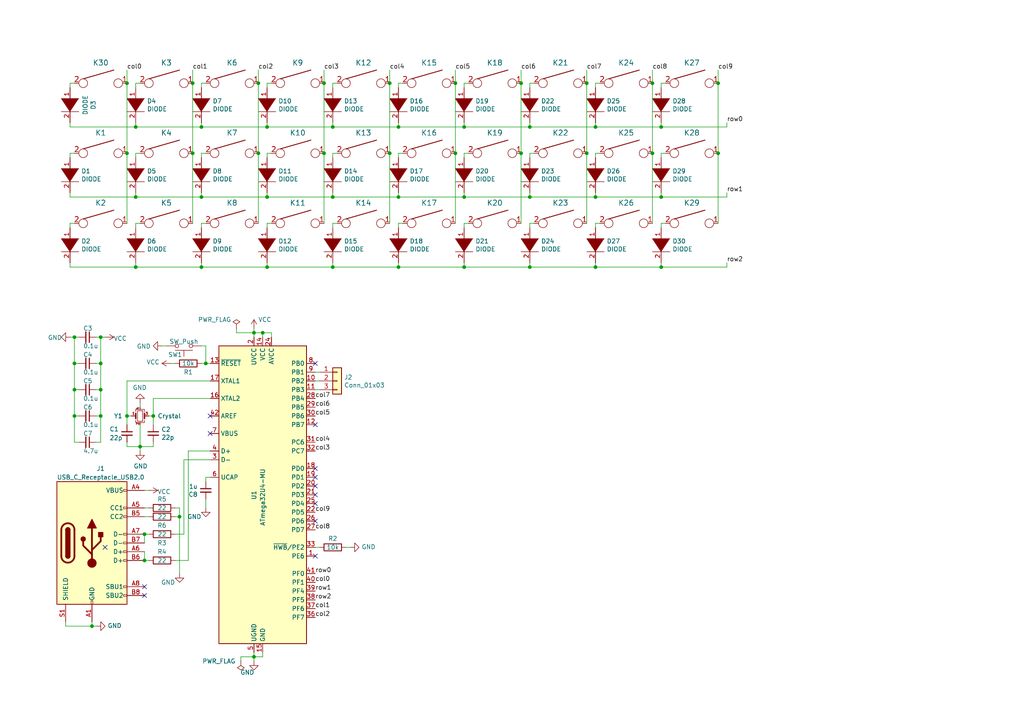
<source format=kicad_sch>
(kicad_sch (version 20230121) (generator eeschema)
  (paper "A4")
  (lib_symbols
    (symbol "Connector_Generic:Conn_01x03" (pin_names (offset 1.016) hide)
      (property "Reference" "J" (at 0 5.08 0))
      (property "Value" "Conn_01x03" (at 0 -5.08 0))
      (symbol "Conn_01x03_1_1"
        (pin passive line (at -5.08 2.54 0) (length 3.81) (name "Pin_1") (number "1"))
        (pin passive line (at -5.08 0 0) (length 3.81) (name "Pin_2") (number "2"))
        (pin passive line (at -5.08 -2.54 0) (length 3.81) (name "Pin_3") (number "3"))
      )
    )
    (symbol "Device:C_Small" (pin_numbers hide) (pin_names (offset 0.254) hide)
      (property "Reference" "C" (at 0.254 1.778 0))
      (property "Value" "C_Small" (at 0.254 -2.032 0))
      (symbol "C_Small_1_1"
        (pin passive line (at 0 2.54 270) (length 2.032) (name "~") (number "1"))
        (pin passive line (at 0 -2.54 90) (length 2.032) (name "~") (number "2"))
      )
    )
    (symbol "Device:R" (pin_numbers hide) (pin_names (offset 0))
      (property "Reference" "R" (at 2.032 0 90))
      (property "Value" "R" (at 0 0 90))
      (symbol "R_1_1"
        (pin passive line (at 0 3.81 270) (length 1.27) (name "~") (number "1"))
        (pin passive line (at 0 -3.81 90) (length 1.27) (name "~") (number "2"))
      )
    )
    (symbol "Mechanical:MountingHole" (pin_names (offset 1.016))
      (property "Reference" "H" (at 0 5.08 0))
      (property "Value" "MountingHole" (at 0 3.175 0))
    )
    (symbol "Switch:SW_Push" (pin_numbers hide) (pin_names (offset 1.016) hide)
      (property "Reference" "SW" (at 1.27 2.54 0))
      (property "Value" "SW_Push" (at 0 -1.524 0))
      (symbol "SW_Push_0_1"
        (pin passive line (at -5.08 0 0) (length 2.54) (name "1") (number "1"))
        (pin passive line (at 5.08 0 180) (length 2.54) (name "2") (number "2"))
      )
    )
    (symbol "power:GND" (power) (pin_names (offset 0))
      (property "Value" "GND" (at 0 -3.81 0))
      (symbol "GND_1_1"
        (pin power_in line (at 0 0 270) (length 0) hide (name "GND") (number "1"))
      )
    )
    (symbol "power:PWR_FLAG" (power) (pin_numbers hide) (pin_names (offset 0) hide)
      (property "Value" "PWR_FLAG" (at 0 3.81 0))
      (symbol "PWR_FLAG_0_0"
        (pin power_out line (at 0 0 90) (length 0) (name "pwr") (number "1"))
      )
    )
    (symbol "power:VCC" (power) (pin_names (offset 0))
      (property "Value" "VCC" (at 0 3.81 0))
      (symbol "VCC_1_1"
        (pin power_in line (at 0 0 90) (length 0) hide (name "VCC") (number "1"))
      )
    )
    (symbol "wherkin-rescue:ATmega32U4-MU-MCU_Microchip_ATmega-gherkin-rescue"
      (property "Reference" "U" (at -12.7 44.45 0))
      (property "Value" "gherkin-rescue_ATmega32U4-MU-MCU_Microchip_ATmega" (at 2.54 -44.45 0))
      (symbol "ATmega32U4-MU-MCU_Microchip_ATmega-gherkin-rescue_1_1"
        (pin bidirectional line (at 15.24 -17.78 180) (length 2.54) (name "PE6") (number "1"))
        (pin bidirectional line (at 15.24 33.02 180) (length 2.54) (name "PB2") (number "10"))
        (pin bidirectional line (at 15.24 30.48 180) (length 2.54) (name "PB3") (number "11"))
        (pin bidirectional line (at 15.24 20.32 180) (length 2.54) (name "PB7") (number "12"))
        (pin input line (at -15.24 38.1 0) (length 2.54) (name "~{RESET}") (number "13"))
        (pin power_in line (at 0 45.72 270) (length 2.54) (name "VCC") (number "14"))
        (pin power_in line (at 0 -45.72 90) (length 2.54) (name "GND") (number "15"))
        (pin output line (at -15.24 27.94 0) (length 2.54) (name "XTAL2") (number "16"))
        (pin input line (at -15.24 33.02 0) (length 2.54) (name "XTAL1") (number "17"))
        (pin bidirectional line (at 15.24 7.62 180) (length 2.54) (name "PD0") (number "18"))
        (pin bidirectional line (at 15.24 5.08 180) (length 2.54) (name "PD1") (number "19"))
        (pin power_in line (at -2.54 45.72 270) (length 2.54) (name "UVCC") (number "2"))
        (pin bidirectional line (at 15.24 2.54 180) (length 2.54) (name "PD2") (number "20"))
        (pin bidirectional line (at 15.24 0 180) (length 2.54) (name "PD3") (number "21"))
        (pin bidirectional line (at 15.24 -5.08 180) (length 2.54) (name "PD5") (number "22"))
        (pin passive line (at 0 -45.72 90) (length 2.54) hide (name "GND") (number "23"))
        (pin power_in line (at 2.54 45.72 270) (length 2.54) (name "AVCC") (number "24"))
        (pin bidirectional line (at 15.24 -2.54 180) (length 2.54) (name "PD4") (number "25"))
        (pin bidirectional line (at 15.24 -7.62 180) (length 2.54) (name "PD6") (number "26"))
        (pin bidirectional line (at 15.24 -10.16 180) (length 2.54) (name "PD7") (number "27"))
        (pin bidirectional line (at 15.24 27.94 180) (length 2.54) (name "PB4") (number "28"))
        (pin bidirectional line (at 15.24 25.4 180) (length 2.54) (name "PB5") (number "29"))
        (pin bidirectional line (at -15.24 10.16 0) (length 2.54) (name "D-") (number "3"))
        (pin bidirectional line (at 15.24 22.86 180) (length 2.54) (name "PB6") (number "30"))
        (pin bidirectional line (at 15.24 15.24 180) (length 2.54) (name "PC6") (number "31"))
        (pin bidirectional line (at 15.24 12.7 180) (length 2.54) (name "PC7") (number "32"))
        (pin bidirectional line (at 15.24 -15.24 180) (length 2.54) (name "~{HWB}/PE2") (number "33"))
        (pin passive line (at 0 45.72 270) (length 2.54) hide (name "VCC") (number "34"))
        (pin passive line (at 0 -45.72 90) (length 2.54) hide (name "GND") (number "35"))
        (pin bidirectional line (at 15.24 -35.56 180) (length 2.54) (name "PF7") (number "36"))
        (pin bidirectional line (at 15.24 -33.02 180) (length 2.54) (name "PF6") (number "37"))
        (pin bidirectional line (at 15.24 -30.48 180) (length 2.54) (name "PF5") (number "38"))
        (pin bidirectional line (at 15.24 -27.94 180) (length 2.54) (name "PF4") (number "39"))
        (pin bidirectional line (at -15.24 12.7 0) (length 2.54) (name "D+") (number "4"))
        (pin bidirectional line (at 15.24 -25.4 180) (length 2.54) (name "PF1") (number "40"))
        (pin bidirectional line (at 15.24 -22.86 180) (length 2.54) (name "PF0") (number "41"))
        (pin passive line (at -15.24 22.86 0) (length 2.54) (name "AREF") (number "42"))
        (pin passive line (at 0 -45.72 90) (length 2.54) hide (name "GND") (number "43"))
        (pin passive line (at 2.54 45.72 270) (length 2.54) hide (name "AVCC") (number "44"))
        (pin passive line (at 0 -45.72 90) (length 2.54) hide (name "GND") (number "45"))
        (pin passive line (at -2.54 -45.72 90) (length 2.54) (name "UGND") (number "5"))
        (pin passive line (at -15.24 5.08 0) (length 2.54) (name "UCAP") (number "6"))
        (pin input line (at -15.24 17.78 0) (length 2.54) (name "VBUS") (number "7"))
        (pin bidirectional line (at 15.24 38.1 180) (length 2.54) (name "PB0") (number "8"))
        (pin bidirectional line (at 15.24 35.56 180) (length 2.54) (name "PB1") (number "9"))
      )
    )
    (symbol "wherkin-rescue:Crystal_GND24_Small-Device-gherkin-rescue" (pin_names (offset 1.016) hide)
      (property "Reference" "Y" (at 1.27 4.445 0))
      (property "Value" "gherkin-rescue_Crystal_GND24_Small-Device" (at 1.27 2.54 0))
      (symbol "Crystal_GND24_Small-Device-gherkin-rescue_1_1"
        (pin passive line (at -2.54 0 0) (length 1.27) (name "1") (number "1"))
        (pin passive line (at 0 -2.54 90) (length 0.635) (name "2") (number "2"))
        (pin passive line (at 2.54 0 180) (length 1.27) (name "3") (number "3"))
        (pin passive line (at 0 2.54 270) (length 0.635) (name "4") (number "4"))
      )
    )
    (symbol "wherkin-rescue:DIODE-pspice" (pin_names (offset 1.016) hide)
      (property "Reference" "D" (at 0 3.81 0))
      (property "Value" "pspice_DIODE" (at 0 -4.445 0))
      (symbol "DIODE-pspice_1_1"
        (pin input line (at -5.08 0 0) (length 3.81) (name "K") (number "1"))
        (pin input line (at 5.08 0 180) (length 3.81) (name "A") (number "2"))
      )
    )
    (symbol "wherkin-rescue:KEYSW-keyboard_parts-gherkin-rescue" (pin_names (offset 1.016))
      (property "Reference" "K?" (at -1.27 0 0))
      (symbol "KEYSW-keyboard_parts-gherkin-rescue_1_1"
        (pin passive line (at 7.62 0 180) (length 1.27) (name "~") (number "1"))
        (pin passive line (at -7.62 0 0) (length 1.27) (name "~") (number "2"))
      )
    )
    (symbol "wherkin-rescue:USB_C_Receptacle_USB2.0-Connector" (pin_names (offset 1.016))
      (property "Reference" "J" (at -10.16 19.05 0))
      (property "Value" "Connector_USB_C_Receptacle_USB2.0" (at 19.05 19.05 0))
      (symbol "USB_C_Receptacle_USB2.0-Connector_1_1"
        (pin power_in line (at 0 -22.86 90) (length 5.08) (name "GND") (number "A1"))
        (pin passive line (at 0 -22.86 90) (length 5.08) hide (name "GND") (number "A12"))
        (pin power_in line (at 15.24 15.24 180) (length 5.08) (name "VBUS") (number "A4"))
        (pin bidirectional line (at 15.24 10.16 180) (length 5.08) (name "CC1") (number "A5"))
        (pin bidirectional line (at 15.24 -2.54 180) (length 5.08) (name "D+") (number "A6"))
        (pin bidirectional line (at 15.24 2.54 180) (length 5.08) (name "D-") (number "A7"))
        (pin bidirectional line (at 15.24 -12.7 180) (length 5.08) (name "SBU1") (number "A8"))
        (pin passive line (at 15.24 15.24 180) (length 5.08) hide (name "VBUS") (number "A9"))
        (pin passive line (at 0 -22.86 90) (length 5.08) hide (name "GND") (number "B1"))
        (pin passive line (at 0 -22.86 90) (length 5.08) hide (name "GND") (number "B12"))
        (pin passive line (at 15.24 15.24 180) (length 5.08) hide (name "VBUS") (number "B4"))
        (pin bidirectional line (at 15.24 7.62 180) (length 5.08) (name "CC2") (number "B5"))
        (pin bidirectional line (at 15.24 -5.08 180) (length 5.08) (name "D+") (number "B6"))
        (pin bidirectional line (at 15.24 0 180) (length 5.08) (name "D-") (number "B7"))
        (pin bidirectional line (at 15.24 -15.24 180) (length 5.08) (name "SBU2") (number "B8"))
        (pin passive line (at 15.24 15.24 180) (length 5.08) hide (name "VBUS") (number "B9"))
        (pin passive line (at -7.62 -22.86 90) (length 5.08) (name "SHIELD") (number "S1"))
      )
    )
  )
  (junction (at 153.67 36.83))
  (junction (at 93.98 44.45))
  (junction (at 73.66 96.52))
  (junction (at 96.52 57.15))
  (junction (at 153.67 77.47))
  (junction (at 191.77 57.15))
  (junction (at 172.72 77.47))
  (junction (at 39.37 77.47))
  (junction (at 74.93 24.13))
  (junction (at 41.91 162.56))
  (junction (at 93.98 24.13))
  (junction (at 74.93 44.45))
  (junction (at 134.62 57.15))
  (junction (at 36.83 44.45))
  (junction (at 58.42 77.47))
  (junction (at 73.66 190.5))
  (junction (at 55.88 44.45))
  (junction (at 77.47 36.83))
  (junction (at 132.08 24.13))
  (junction (at 29.21 105.41))
  (junction (at 172.72 57.15))
  (junction (at 39.37 36.83))
  (junction (at 170.18 24.13))
  (junction (at 191.77 77.47))
  (junction (at 21.59 97.79))
  (junction (at 52.07 149.86))
  (junction (at 29.21 120.65))
  (junction (at 172.72 36.83))
  (junction (at 113.03 44.45))
  (junction (at 36.83 120.65))
  (junction (at 21.59 113.03))
  (junction (at 134.62 36.83))
  (junction (at 208.28 24.13))
  (junction (at 189.23 24.13))
  (junction (at 76.2 96.52))
  (junction (at 21.59 120.65))
  (junction (at 208.28 44.45))
  (junction (at 151.13 44.45))
  (junction (at 40.64 129.54))
  (junction (at 26.67 181.61))
  (junction (at 96.52 36.83))
  (junction (at 189.23 44.45))
  (junction (at 191.77 36.83))
  (junction (at 77.47 57.15))
  (junction (at 29.21 113.03))
  (junction (at 36.83 24.13))
  (junction (at 55.88 24.13))
  (junction (at 58.42 36.83))
  (junction (at 96.52 77.47))
  (junction (at 44.45 120.65))
  (junction (at 115.57 77.47))
  (junction (at 41.91 154.94))
  (junction (at 77.47 77.47))
  (junction (at 170.18 44.45))
  (junction (at 151.13 24.13))
  (junction (at 132.08 44.45))
  (junction (at 153.67 57.15))
  (junction (at 21.59 105.41))
  (junction (at 115.57 36.83))
  (junction (at 29.21 97.79))
  (junction (at 134.62 77.47))
  (junction (at 115.57 57.15))
  (junction (at 59.69 105.41))
  (junction (at 39.37 57.15))
  (junction (at 58.42 57.15))
  (junction (at 113.03 24.13))
  (no_connect (at 91.44 151.13))
  (no_connect (at 41.91 170.18))
  (no_connect (at 91.44 146.05))
  (no_connect (at 91.44 105.41))
  (no_connect (at 91.44 135.89))
  (no_connect (at 91.44 138.43))
  (no_connect (at 60.96 125.73))
  (no_connect (at 91.44 140.97))
  (no_connect (at 91.44 123.19))
  (no_connect (at 30.48 158.75))
  (no_connect (at 91.44 161.29))
  (no_connect (at 60.96 120.65))
  (no_connect (at 41.91 172.72))
  (no_connect (at 91.44 143.51))
  (wire (pts (xy 59.69 64.77) (xy 58.42 64.77)))
  (wire (pts (xy 93.98 24.13) (xy 93.98 44.45)))
  (wire (pts (xy 115.57 44.45) (xy 115.57 45.72)))
  (wire (pts (xy 153.67 55.88) (xy 153.67 57.15)))
  (wire (pts (xy 76.2 96.52) (xy 73.66 96.52)))
  (wire (pts (xy 135.89 44.45) (xy 134.62 44.45)))
  (wire (pts (xy 22.86 120.65) (xy 21.59 120.65)))
  (wire (pts (xy 173.99 44.45) (xy 172.72 44.45)))
  (wire (pts (xy 50.8 162.56) (xy 54.61 162.56)))
  (wire (pts (xy 59.69 24.13) (xy 58.42 24.13)))
  (wire (pts (xy 40.64 44.45) (xy 39.37 44.45)))
  (wire (pts (xy 115.57 77.47) (xy 134.62 77.47)))
  (wire (pts (xy 191.77 35.56) (xy 191.77 36.83)))
  (wire (pts (xy 173.99 64.77) (xy 172.72 64.77)))
  (wire (pts (xy 74.93 44.45) (xy 74.93 64.77)))
  (wire (pts (xy 20.32 44.45) (xy 20.32 45.72)))
  (wire (pts (xy 134.62 55.88) (xy 134.62 57.15)))
  (wire (pts (xy 58.42 44.45) (xy 58.42 45.72)))
  (wire (pts (xy 208.28 44.45) (xy 208.28 64.77)))
  (wire (pts (xy 208.28 24.13) (xy 208.28 44.45)))
  (wire (pts (xy 77.47 36.83) (xy 96.52 36.83)))
  (wire (pts (xy 22.86 105.41) (xy 21.59 105.41)))
  (wire (pts (xy 58.42 76.2) (xy 58.42 77.47)))
  (wire (pts (xy 50.8 154.94) (xy 53.34 154.94)))
  (wire (pts (xy 69.85 190.5) (xy 73.66 190.5)))
  (wire (pts (xy 20.32 35.56) (xy 20.32 36.83)))
  (wire (pts (xy 170.18 24.13) (xy 170.18 44.45)))
  (wire (pts (xy 55.88 44.45) (xy 55.88 64.77)))
  (wire (pts (xy 38.1 120.65) (xy 36.83 120.65)))
  (wire (pts (xy 76.2 190.5) (xy 73.66 190.5)))
  (wire (pts (xy 58.42 77.47) (xy 77.47 77.47)))
  (wire (pts (xy 26.67 180.34) (xy 26.67 181.61)))
  (wire (pts (xy 21.59 105.41) (xy 21.59 113.03)))
  (wire (pts (xy 189.23 24.13) (xy 189.23 44.45)))
  (wire (pts (xy 39.37 57.15) (xy 58.42 57.15)))
  (wire (pts (xy 39.37 35.56) (xy 39.37 36.83)))
  (wire (pts (xy 39.37 76.2) (xy 39.37 77.47)))
  (wire (pts (xy 113.03 24.13) (xy 113.03 44.45)))
  (wire (pts (xy 193.04 64.77) (xy 191.77 64.77)))
  (wire (pts (xy 68.58 95.25) (xy 68.58 96.52)))
  (wire (pts (xy 73.66 95.25) (xy 73.66 96.52)))
  (wire (pts (xy 58.42 57.15) (xy 77.47 57.15)))
  (wire (pts (xy 172.72 24.13) (xy 172.72 25.4)))
  (wire (pts (xy 59.69 100.33) (xy 58.42 100.33)))
  (wire (pts (xy 59.69 138.43) (xy 59.69 139.7)))
  (wire (pts (xy 135.89 24.13) (xy 134.62 24.13)))
  (wire (pts (xy 58.42 64.77) (xy 58.42 66.04)))
  (wire (pts (xy 172.72 55.88) (xy 172.72 57.15)))
  (wire (pts (xy 96.52 24.13) (xy 96.52 25.4)))
  (wire (pts (xy 154.94 24.13) (xy 153.67 24.13)))
  (wire (pts (xy 53.34 154.94) (xy 53.34 133.35)))
  (wire (pts (xy 172.72 44.45) (xy 172.72 45.72)))
  (wire (pts (xy 59.69 105.41) (xy 58.42 105.41)))
  (wire (pts (xy 96.52 76.2) (xy 96.52 77.47)))
  (wire (pts (xy 21.59 128.27) (xy 22.86 128.27)))
  (wire (pts (xy 191.77 36.83) (xy 210.82 36.83)))
  (wire (pts (xy 27.94 105.41) (xy 29.21 105.41)))
  (wire (pts (xy 115.57 76.2) (xy 115.57 77.47)))
  (wire (pts (xy 73.66 190.5) (xy 73.66 189.23)))
  (wire (pts (xy 153.67 24.13) (xy 153.67 25.4)))
  (wire (pts (xy 59.69 147.32) (xy 59.69 144.78)))
  (wire (pts (xy 151.13 20.32) (xy 151.13 24.13)))
  (wire (pts (xy 52.07 149.86) (xy 52.07 166.37)))
  (wire (pts (xy 50.8 147.32) (xy 52.07 147.32)))
  (wire (pts (xy 115.57 64.77) (xy 115.57 66.04)))
  (wire (pts (xy 96.52 77.47) (xy 115.57 77.47)))
  (wire (pts (xy 40.64 129.54) (xy 40.64 130.81)))
  (wire (pts (xy 41.91 142.24) (xy 43.18 142.24)))
  (wire (pts (xy 115.57 57.15) (xy 134.62 57.15)))
  (wire (pts (xy 153.67 76.2) (xy 153.67 77.47)))
  (wire (pts (xy 78.74 44.45) (xy 77.47 44.45)))
  (wire (pts (xy 153.67 57.15) (xy 172.72 57.15)))
  (wire (pts (xy 191.77 76.2) (xy 191.77 77.47)))
  (wire (pts (xy 36.83 120.65) (xy 36.83 110.49)))
  (wire (pts (xy 74.93 20.32) (xy 74.93 24.13)))
  (wire (pts (xy 48.26 100.33) (xy 46.99 100.33)))
  (wire (pts (xy 41.91 162.56) (xy 41.91 160.02)))
  (wire (pts (xy 19.05 181.61) (xy 26.67 181.61)))
  (wire (pts (xy 20.32 76.2) (xy 20.32 77.47)))
  (wire (pts (xy 41.91 162.56) (xy 43.18 162.56)))
  (wire (pts (xy 21.59 24.13) (xy 20.32 24.13)))
  (wire (pts (xy 116.84 44.45) (xy 115.57 44.45)))
  (wire (pts (xy 76.2 97.79) (xy 76.2 96.52)))
  (wire (pts (xy 73.66 190.5) (xy 73.66 191.77)))
  (wire (pts (xy 97.79 24.13) (xy 96.52 24.13)))
  (wire (pts (xy 40.64 123.19) (xy 40.64 129.54)))
  (wire (pts (xy 191.77 44.45) (xy 191.77 45.72)))
  (wire (pts (xy 50.8 105.41) (xy 49.53 105.41)))
  (wire (pts (xy 58.42 35.56) (xy 58.42 36.83)))
  (wire (pts (xy 153.67 77.47) (xy 172.72 77.47)))
  (wire (pts (xy 91.44 158.75) (xy 92.71 158.75)))
  (wire (pts (xy 44.45 115.57) (xy 60.96 115.57)))
  (wire (pts (xy 97.79 44.45) (xy 96.52 44.45)))
  (wire (pts (xy 20.32 64.77) (xy 20.32 66.04)))
  (wire (pts (xy 154.94 44.45) (xy 153.67 44.45)))
  (wire (pts (xy 76.2 189.23) (xy 76.2 190.5)))
  (wire (pts (xy 77.47 64.77) (xy 77.47 66.04)))
  (wire (pts (xy 20.32 36.83) (xy 39.37 36.83)))
  (wire (pts (xy 36.83 24.13) (xy 36.83 44.45)))
  (wire (pts (xy 55.88 24.13) (xy 55.88 44.45)))
  (wire (pts (xy 27.94 113.03) (xy 29.21 113.03)))
  (wire (pts (xy 210.82 35.56) (xy 210.82 36.83)))
  (wire (pts (xy 172.72 77.47) (xy 191.77 77.47)))
  (wire (pts (xy 208.28 20.32) (xy 208.28 24.13)))
  (wire (pts (xy 29.21 128.27) (xy 29.21 120.65)))
  (wire (pts (xy 115.57 24.13) (xy 115.57 25.4)))
  (wire (pts (xy 21.59 44.45) (xy 20.32 44.45)))
  (wire (pts (xy 191.77 77.47) (xy 210.82 77.47)))
  (wire (pts (xy 116.84 24.13) (xy 115.57 24.13)))
  (wire (pts (xy 40.64 24.13) (xy 39.37 24.13)))
  (wire (pts (xy 132.08 44.45) (xy 132.08 64.77)))
  (wire (pts (xy 189.23 20.32) (xy 189.23 24.13)))
  (wire (pts (xy 20.32 25.4) (xy 20.32 24.13)))
  (wire (pts (xy 77.47 35.56) (xy 77.47 36.83)))
  (wire (pts (xy 77.47 76.2) (xy 77.47 77.47)))
  (wire (pts (xy 21.59 120.65) (xy 21.59 128.27)))
  (wire (pts (xy 40.64 129.54) (xy 44.45 129.54)))
  (wire (pts (xy 36.83 110.49) (xy 60.96 110.49)))
  (wire (pts (xy 134.62 24.13) (xy 134.62 25.4)))
  (wire (pts (xy 93.98 44.45) (xy 93.98 64.77)))
  (wire (pts (xy 93.98 20.32) (xy 93.98 24.13)))
  (wire (pts (xy 41.91 149.86) (xy 43.18 149.86)))
  (wire (pts (xy 134.62 64.77) (xy 134.62 66.04)))
  (wire (pts (xy 96.52 36.83) (xy 115.57 36.83)))
  (wire (pts (xy 91.44 110.49) (xy 92.71 110.49)))
  (wire (pts (xy 96.52 64.77) (xy 96.52 66.04)))
  (wire (pts (xy 22.86 113.03) (xy 21.59 113.03)))
  (wire (pts (xy 58.42 36.83) (xy 77.47 36.83)))
  (wire (pts (xy 134.62 57.15) (xy 153.67 57.15)))
  (wire (pts (xy 39.37 24.13) (xy 39.37 25.4)))
  (wire (pts (xy 134.62 35.56) (xy 134.62 36.83)))
  (wire (pts (xy 36.83 123.19) (xy 36.83 120.65)))
  (wire (pts (xy 77.47 57.15) (xy 96.52 57.15)))
  (wire (pts (xy 78.74 24.13) (xy 77.47 24.13)))
  (wire (pts (xy 77.47 55.88) (xy 77.47 57.15)))
  (wire (pts (xy 191.77 24.13) (xy 191.77 25.4)))
  (wire (pts (xy 60.96 105.41) (xy 59.69 105.41)))
  (wire (pts (xy 115.57 55.88) (xy 115.57 57.15)))
  (wire (pts (xy 21.59 97.79) (xy 20.32 97.79)))
  (wire (pts (xy 132.08 20.32) (xy 132.08 24.13)))
  (wire (pts (xy 20.32 55.88) (xy 20.32 57.15)))
  (wire (pts (xy 59.69 105.41) (xy 59.69 100.33)))
  (wire (pts (xy 27.94 128.27) (xy 29.21 128.27)))
  (wire (pts (xy 132.08 24.13) (xy 132.08 44.45)))
  (wire (pts (xy 36.83 20.32) (xy 36.83 24.13)))
  (wire (pts (xy 91.44 107.95) (xy 92.71 107.95)))
  (wire (pts (xy 172.72 76.2) (xy 172.72 77.47)))
  (wire (pts (xy 21.59 97.79) (xy 21.59 105.41)))
  (wire (pts (xy 151.13 44.45) (xy 151.13 64.77)))
  (wire (pts (xy 73.66 97.79) (xy 73.66 96.52)))
  (wire (pts (xy 96.52 55.88) (xy 96.52 57.15)))
  (wire (pts (xy 44.45 120.65) (xy 44.45 115.57)))
  (wire (pts (xy 172.72 36.83) (xy 191.77 36.83)))
  (wire (pts (xy 50.8 149.86) (xy 52.07 149.86)))
  (wire (pts (xy 26.67 181.61) (xy 27.94 181.61)))
  (wire (pts (xy 43.18 147.32) (xy 41.91 147.32)))
  (wire (pts (xy 153.67 36.83) (xy 172.72 36.83)))
  (wire (pts (xy 29.21 105.41) (xy 29.21 97.79)))
  (wire (pts (xy 153.67 44.45) (xy 153.67 45.72)))
  (wire (pts (xy 43.18 120.65) (xy 44.45 120.65)))
  (wire (pts (xy 189.23 44.45) (xy 189.23 64.77)))
  (wire (pts (xy 44.45 129.54) (xy 44.45 128.27)))
  (wire (pts (xy 96.52 35.56) (xy 96.52 36.83)))
  (wire (pts (xy 151.13 24.13) (xy 151.13 44.45)))
  (wire (pts (xy 55.88 20.32) (xy 55.88 24.13)))
  (wire (pts (xy 77.47 24.13) (xy 77.47 25.4)))
  (wire (pts (xy 29.21 120.65) (xy 29.21 113.03)))
  (wire (pts (xy 170.18 44.45) (xy 170.18 64.77)))
  (wire (pts (xy 21.59 113.03) (xy 21.59 120.65)))
  (wire (pts (xy 39.37 64.77) (xy 39.37 66.04)))
  (wire (pts (xy 116.84 64.77) (xy 115.57 64.77)))
  (wire (pts (xy 135.89 64.77) (xy 134.62 64.77)))
  (wire (pts (xy 77.47 44.45) (xy 77.47 45.72)))
  (wire (pts (xy 210.82 55.88) (xy 210.82 57.15)))
  (wire (pts (xy 97.79 64.77) (xy 96.52 64.77)))
  (wire (pts (xy 210.82 76.2) (xy 210.82 77.47)))
  (wire (pts (xy 20.32 77.47) (xy 39.37 77.47)))
  (wire (pts (xy 113.03 20.32) (xy 113.03 24.13)))
  (wire (pts (xy 58.42 55.88) (xy 58.42 57.15)))
  (wire (pts (xy 36.83 44.45) (xy 36.83 64.77)))
  (wire (pts (xy 20.32 57.15) (xy 39.37 57.15)))
  (wire (pts (xy 193.04 24.13) (xy 191.77 24.13)))
  (wire (pts (xy 22.86 97.79) (xy 21.59 97.79)))
  (wire (pts (xy 52.07 147.32) (xy 52.07 149.86)))
  (wire (pts (xy 100.33 158.75) (xy 101.6 158.75)))
  (wire (pts (xy 115.57 35.56) (xy 115.57 36.83)))
  (wire (pts (xy 96.52 57.15) (xy 115.57 57.15)))
  (wire (pts (xy 44.45 120.65) (xy 44.45 123.19)))
  (wire (pts (xy 74.93 24.13) (xy 74.93 44.45)))
  (wire (pts (xy 191.77 64.77) (xy 191.77 66.04)))
  (wire (pts (xy 40.64 118.11) (xy 40.64 116.84)))
  (wire (pts (xy 59.69 44.45) (xy 58.42 44.45)))
  (wire (pts (xy 40.64 64.77) (xy 39.37 64.77)))
  (wire (pts (xy 113.03 44.45) (xy 113.03 64.77)))
  (wire (pts (xy 134.62 77.47) (xy 153.67 77.47)))
  (wire (pts (xy 36.83 128.27) (xy 36.83 129.54)))
  (wire (pts (xy 172.72 57.15) (xy 191.77 57.15)))
  (wire (pts (xy 39.37 44.45) (xy 39.37 45.72)))
  (wire (pts (xy 78.74 97.79) (xy 78.74 96.52)))
  (wire (pts (xy 134.62 36.83) (xy 153.67 36.83)))
  (wire (pts (xy 77.47 77.47) (xy 96.52 77.47)))
  (wire (pts (xy 153.67 64.77) (xy 153.67 66.04)))
  (wire (pts (xy 53.34 133.35) (xy 60.96 133.35)))
  (wire (pts (xy 54.61 130.81) (xy 60.96 130.81)))
  (wire (pts (xy 27.94 97.79) (xy 29.21 97.79)))
  (wire (pts (xy 29.21 113.03) (xy 29.21 105.41)))
  (wire (pts (xy 27.94 120.65) (xy 29.21 120.65)))
  (wire (pts (xy 29.21 97.79) (xy 30.48 97.79)))
  (wire (pts (xy 41.91 157.48) (xy 41.91 154.94)))
  (wire (pts (xy 173.99 24.13) (xy 172.72 24.13)))
  (wire (pts (xy 39.37 77.47) (xy 58.42 77.47)))
  (wire (pts (xy 36.83 129.54) (xy 40.64 129.54)))
  (wire (pts (xy 134.62 44.45) (xy 134.62 45.72)))
  (wire (pts (xy 78.74 64.77) (xy 77.47 64.77)))
  (wire (pts (xy 96.52 44.45) (xy 96.52 45.72)))
  (wire (pts (xy 172.72 64.77) (xy 172.72 66.04)))
  (wire (pts (xy 68.58 96.52) (xy 73.66 96.52)))
  (wire (pts (xy 41.91 154.94) (xy 43.18 154.94)))
  (wire (pts (xy 193.04 44.45) (xy 191.77 44.45)))
  (wire (pts (xy 58.42 24.13) (xy 58.42 25.4)))
  (wire (pts (xy 69.85 191.77) (xy 69.85 190.5)))
  (wire (pts (xy 39.37 36.83) (xy 58.42 36.83)))
  (wire (pts (xy 172.72 35.56) (xy 172.72 36.83)))
  (wire (pts (xy 39.37 55.88) (xy 39.37 57.15)))
  (wire (pts (xy 21.59 64.77) (xy 20.32 64.77)))
  (wire (pts (xy 19.05 180.34) (xy 19.05 181.61)))
  (wire (pts (xy 154.94 64.77) (xy 153.67 64.77)))
  (wire (pts (xy 54.61 162.56) (xy 54.61 130.81)))
  (wire (pts (xy 91.44 113.03) (xy 92.71 113.03)))
  (wire (pts (xy 191.77 55.88) (xy 191.77 57.15)))
  (wire (pts (xy 170.18 20.32) (xy 170.18 24.13)))
  (wire (pts (xy 115.57 36.83) (xy 134.62 36.83)))
  (wire (pts (xy 134.62 76.2) (xy 134.62 77.47)))
  (wire (pts (xy 78.74 96.52) (xy 76.2 96.52)))
  (wire (pts (xy 60.96 138.43) (xy 59.69 138.43)))
  (wire (pts (xy 191.77 57.15) (xy 210.82 57.15)))
  (wire (pts (xy 153.67 35.56) (xy 153.67 36.83)))
  (label "col3" (at 91.44 130.81 0))
  (label "row0" (at 210.82 35.56 0))
  (label "row0" (at 91.44 166.37 0))
  (label "col3" (at 93.98 20.32 0))
  (label "col0" (at 36.83 20.32 0))
  (label "col6" (at 91.44 118.11 0))
  (label "col1" (at 55.88 20.32 0))
  (label "col7" (at 91.44 115.57 0))
  (label "col9" (at 208.28 20.32 0))
  (label "col4" (at 91.44 128.27 0))
  (label "row1" (at 210.82 55.88 0))
  (label "row2" (at 91.44 173.99 0))
  (label "row2" (at 210.82 76.2 0))
  (label "col7" (at 170.18 20.32 0))
  (label "col2" (at 74.93 20.32 0))
  (label "col4" (at 113.03 20.32 0))
  (label "col0" (at 91.44 168.91 0))
  (label "col1" (at 91.44 176.53 0))
  (label "row1" (at 91.44 171.45 0))
  (label "col8" (at 91.44 153.67 0))
  (label "col6" (at 151.13 20.32 0))
  (label "col5" (at 91.44 120.65 0))
  (label "col2" (at 91.44 179.07 0))
  (label "col5" (at 132.08 20.32 0))
  (label "col8" (at 189.23 20.32 0))
  (label "col9" (at 91.44 148.59 0))
  (symbol (lib_id "wherkin-rescue:Crystal_GND24_Small-Device-gherkin-rescue") (at 40.64 120.65 0) (unit 1)
    (property "Reference" "Y1" (at 33.02 120.65 0) (effects (justify left)))
    (property "Value" "Crystal" (at 45.72 120.65 0) (effects (justify left)))
    (property "Footprint" "Crystal:Crystal_SMD_3225-4Pin_3.2x2.5mm_HandSoldering" (effects hide))
  )
  (symbol (lib_id "power:GND") (at 40.64 130.81 0) (unit 1)
    (property "Reference" "#PWR0109" (effects hide))
    (property "Value" "GND" (at 40.767 135.2042 0))
  )
  (symbol (lib_id "power:GND") (at 40.64 116.84 180) (unit 1)
    (property "Reference" "#PWR0108" (effects hide))
    (property "Value" "GND" (at 40.513 112.4458 0))
  )
  (symbol (lib_id "Device:C_Small") (at 44.45 125.73 0) (unit 1)
    (property "Reference" "C2" (at 46.7868 124.5616 0) (effects (justify left)))
    (property "Value" "22p" (at 46.7868 126.873 0) (effects (justify left)))
    (property "Footprint" "Capacitor_SMD:C_0603_1608Metric_Pad1.05x0.95mm_HandSolder" (effects hide))
  )
  (symbol (lib_id "Device:C_Small") (at 36.83 125.73 0) (unit 1)
    (property "Reference" "C1" (at 31.75 124.46 0) (effects (justify left)))
    (property "Value" "22p" (at 31.75 127 0) (effects (justify left)))
    (property "Footprint" "Capacitor_SMD:C_0603_1608Metric_Pad1.05x0.95mm_HandSolder" (effects hide))
  )
  (symbol (lib_id "power:VCC") (at 30.48 97.79 270) (unit 1)
    (property "Reference" "#PWR0107" (effects hide))
    (property "Value" "VCC" (at 34.8742 98.171 90))
  )
  (symbol (lib_id "power:GND") (at 20.32 97.79 270) (unit 1)
    (property "Reference" "#PWR0101" (effects hide))
    (property "Value" "GND" (at 15.9258 97.917 90))
  )
  (symbol (lib_id "Device:C_Small") (at 25.4 97.79 270) (unit 1)
    (property "Reference" "C3" (at 24.13 95.25 90) (effects (justify left)))
    (property "Value" "0.1u" (at 24.13 100.33 90) (effects (justify left)))
    (property "Footprint" "Capacitor_SMD:C_0603_1608Metric_Pad1.05x0.95mm_HandSolder" (effects hide))
  )
  (symbol (lib_id "Device:C_Small") (at 25.4 105.41 270) (unit 1)
    (property "Reference" "C4" (at 24.13 102.87 90) (effects (justify left)))
    (property "Value" "0.1u" (at 24.13 107.95 90) (effects (justify left)))
    (property "Footprint" "Capacitor_SMD:C_0603_1608Metric_Pad1.05x0.95mm_HandSolder" (effects hide))
  )
  (symbol (lib_id "Device:C_Small") (at 25.4 113.03 270) (unit 1)
    (property "Reference" "C5" (at 24.13 110.49 90) (effects (justify left)))
    (property "Value" "0.1u" (at 24.13 115.57 90) (effects (justify left)))
    (property "Footprint" "Capacitor_SMD:C_0603_1608Metric_Pad1.05x0.95mm_HandSolder" (effects hide))
  )
  (symbol (lib_id "Device:C_Small") (at 25.4 120.65 270) (unit 1)
    (property "Reference" "C6" (at 24.13 118.11 90) (effects (justify left)))
    (property "Value" "0.1u" (at 24.13 123.19 90) (effects (justify left)))
    (property "Footprint" "Capacitor_SMD:C_0603_1608Metric_Pad1.05x0.95mm_HandSolder" (effects hide))
  )
  (symbol (lib_id "Device:C_Small") (at 25.4 128.27 270) (unit 1)
    (property "Reference" "C7" (at 24.13 125.73 90) (effects (justify left)))
    (property "Value" "4.7u" (at 24.13 130.81 90) (effects (justify left)))
    (property "Footprint" "Capacitor_SMD:C_0603_1608Metric_Pad1.05x0.95mm_HandSolder" (effects hide))
  )
  (symbol (lib_id "power:GND") (at 46.99 100.33 270) (unit 1)
    (property "Reference" "#PWR0105" (effects hide))
    (property "Value" "GND" (at 43.7388 100.457 90) (effects (justify right)))
  )
  (symbol (lib_id "power:VCC") (at 49.53 105.41 90) (unit 1)
    (property "Reference" "#PWR0104" (effects hide))
    (property "Value" "VCC" (at 46.3042 105.029 90) (effects (justify left)))
  )
  (symbol (lib_id "Device:R") (at 54.61 105.41 270) (unit 1)
    (property "Reference" "R1" (at 54.61 107.95 90))
    (property "Value" "10k" (at 54.61 105.41 90))
    (property "Footprint" "Resistor_SMD:R_0603_1608Metric_Pad1.05x0.95mm_HandSolder" (effects hide))
  )
  (symbol (lib_id "Switch:SW_Push") (at 53.34 100.33 180) (unit 1)
    (property "Reference" "SW1" (at 50.8 102.87 0))
    (property "Value" "SW_Push" (at 53.34 99.06 0))
    (property "Footprint" "Button_Switch_SMD:SW_Push_1P1T_NO_CK_KMR2" (effects hide))
  )
  (symbol (lib_id "Device:R") (at 96.52 158.75 90) (unit 1)
    (property "Reference" "R2" (at 96.52 156.21 90))
    (property "Value" "10k" (at 96.52 158.75 90))
    (property "Footprint" "Resistor_SMD:R_0603_1608Metric_Pad1.05x0.95mm_HandSolder" (effects hide))
  )
  (symbol (lib_id "power:GND") (at 101.6 158.75 90) (unit 1)
    (property "Reference" "#PWR0103" (effects hide))
    (property "Value" "GND" (at 104.8512 158.623 90) (effects (justify right)))
  )
  (symbol (lib_id "Device:R") (at 46.99 162.56 270) (unit 1)
    (property "Reference" "R4" (at 46.99 160.02 90))
    (property "Value" "22" (at 46.99 162.56 90))
    (property "Footprint" "Resistor_SMD:R_0603_1608Metric_Pad1.05x0.95mm_HandSolder" (effects hide))
  )
  (symbol (lib_id "Device:C_Small") (at 59.69 142.24 0) (unit 1)
    (property "Reference" "C8" (at 57.3532 143.4084 0) (effects (justify right)))
    (property "Value" "1u" (at 57.3532 141.097 0) (effects (justify right)))
    (property "Footprint" "Capacitor_SMD:C_0603_1608Metric_Pad1.05x0.95mm_HandSolder" (effects hide))
  )
  (symbol (lib_id "power:VCC") (at 73.66 95.25 0) (mirror y) (unit 1)
    (property "Reference" "#PWR0113" (effects hide))
    (property "Value" "VCC" (at 78.74 92.71 0) (effects (justify left)))
  )
  (symbol (lib_id "Device:R") (at 46.99 154.94 270) (unit 1)
    (property "Reference" "R3" (at 46.99 157.48 90))
    (property "Value" "22" (at 46.99 154.94 90))
    (property "Footprint" "Resistor_SMD:R_0603_1608Metric_Pad1.05x0.95mm_HandSolder" (effects hide))
  )
  (symbol (lib_id "power:GND") (at 27.94 181.61 90) (unit 1)
    (property "Reference" "#PWR0116" (effects hide))
    (property "Value" "GND" (at 31.1912 181.483 90) (effects (justify right)))
  )
  (symbol (lib_id "Mechanical:MountingHole") (at 322.58 -11.43 0) (unit 1)
    (property "Reference" "H1" (at 325.12 -12.5984 0) (effects (justify left)))
    (property "Value" "MountingHole" (at 325.12 -10.287 0) (effects (justify left)))
    (property "Footprint" "MountingHole:MountingHole_2.2mm_M2" (effects hide))
  )
  (symbol (lib_id "Mechanical:MountingHole") (at 351.79 -12.7 0) (unit 1)
    (property "Reference" "H3" (at 354.33 -13.8684 0) (effects (justify left)))
    (property "Value" "MountingHole" (at 354.33 -11.557 0) (effects (justify left)))
    (property "Footprint" "MountingHole:MountingHole_2.2mm_M2" (effects hide))
  )
  (symbol (lib_id "Mechanical:MountingHole") (at 323.85 -1.27 0) (unit 1)
    (property "Reference" "H2" (at 326.39 -2.4384 0) (effects (justify left)))
    (property "Value" "MountingHole" (at 326.39 -0.127 0) (effects (justify left)))
    (property "Footprint" "MountingHole:MountingHole_2.2mm_M2" (effects hide))
  )
  (symbol (lib_id "Mechanical:MountingHole") (at 353.06 0 0) (unit 1)
    (property "Reference" "H4" (at 355.6 -1.1684 0) (effects (justify left)))
    (property "Value" "MountingHole" (at 355.6 1.143 0) (effects (justify left)))
    (property "Footprint" "MountingHole:MountingHole_2.2mm_M2" (effects hide))
  )
  (symbol (lib_id "wherkin-rescue:KEYSW-keyboard_parts-gherkin-rescue") (at 29.21 24.13 0) (unit 1)
    (property "Reference" "K30" (at 29.21 18.2118 0) (effects (font (size 1.524 1.524))))
    (property "Value" "KEYSW" (effects hide))
    (property "Footprint" "keyswitches:Kailh_socket_MX" (effects hide))
  )
  (symbol (lib_id "wherkin-rescue:KEYSW-keyboard_parts-gherkin-rescue") (at 29.21 44.45 0) (unit 1)
    (property "Reference" "K1" (at 29.21 38.5318 0) (effects (font (size 1.524 1.524))))
    (property "Value" "KEYSW" (effects hide))
    (property "Footprint" "keyswitches:Kailh_socket_MX" (effects hide))
  )
  (symbol (lib_id "wherkin-rescue:DIODE-pspice") (at 20.32 30.48 270) (unit 1)
    (property "Reference" "D3" (at 27.051 30.48 0))
    (property "Value" "DIODE" (at 24.7396 30.48 0))
    (property "Footprint" "Diode_SMD:D_0201_0603Metric" (effects hide))
  )
  (symbol (lib_id "wherkin-rescue:DIODE-pspice") (at 20.32 50.8 270) (unit 1)
    (property "Reference" "D1" (at 23.5712 49.6316 90) (effects (justify left)))
    (property "Value" "DIODE" (at 23.5712 51.943 90) (effects (justify left)))
    (property "Footprint" "Diode_SMD:D_0201_0603Metric" (effects hide))
  )
  (symbol (lib_id "wherkin-rescue:KEYSW-keyboard_parts-gherkin-rescue") (at 29.21 64.77 0) (unit 1)
    (property "Reference" "K2" (at 29.21 58.8518 0) (effects (font (size 1.524 1.524))))
    (property "Value" "KEYSW" (effects hide))
    (property "Footprint" "keyswitches:Kailh_socket_MX" (effects hide))
  )
  (symbol (lib_id "wherkin-rescue:DIODE-pspice") (at 20.32 71.12 270) (unit 1)
    (property "Reference" "D2" (at 23.5712 69.9516 90) (effects (justify left)))
    (property "Value" "DIODE" (at 23.5712 72.263 90) (effects (justify left)))
    (property "Footprint" "Diode_SMD:D_0201_0603Metric" (effects hide))
  )
  (symbol (lib_id "wherkin-rescue:KEYSW-keyboard_parts-gherkin-rescue") (at 48.26 24.13 0) (unit 1)
    (property "Reference" "K3" (at 48.26 18.2118 0) (effects (font (size 1.524 1.524))))
    (property "Value" "KEYSW" (effects hide))
    (property "Footprint" "keyswitches:Kailh_socket_MX" (effects hide))
  )
  (symbol (lib_id "wherkin-rescue:KEYSW-keyboard_parts-gherkin-rescue") (at 48.26 44.45 0) (unit 1)
    (property "Reference" "K4" (at 48.26 38.5318 0) (effects (font (size 1.524 1.524))))
    (property "Value" "KEYSW" (effects hide))
    (property "Footprint" "keyswitches:Kailh_socket_MX" (effects hide))
  )
  (symbol (lib_id "wherkin-rescue:DIODE-pspice") (at 39.37 30.48 270) (unit 1)
    (property "Reference" "D4" (at 42.6212 29.3116 90) (effects (justify left)))
    (property "Value" "DIODE" (at 42.6212 31.623 90) (effects (justify left)))
    (property "Footprint" "Diode_SMD:D_0201_0603Metric" (effects hide))
  )
  (symbol (lib_id "wherkin-rescue:DIODE-pspice") (at 39.37 50.8 270) (unit 1)
    (property "Reference" "D5" (at 42.6212 49.6316 90) (effects (justify left)))
    (property "Value" "DIODE" (at 42.6212 51.943 90) (effects (justify left)))
    (property "Footprint" "Diode_SMD:D_0201_0603Metric" (effects hide))
  )
  (symbol (lib_id "wherkin-rescue:KEYSW-keyboard_parts-gherkin-rescue") (at 48.26 64.77 0) (unit 1)
    (property "Reference" "K5" (at 48.26 58.8518 0) (effects (font (size 1.524 1.524))))
    (property "Value" "KEYSW" (effects hide))
    (property "Footprint" "keyswitches:Kailh_socket_MX" (effects hide))
  )
  (symbol (lib_id "wherkin-rescue:DIODE-pspice") (at 39.37 71.12 270) (unit 1)
    (property "Reference" "D6" (at 42.6212 69.9516 90) (effects (justify left)))
    (property "Value" "DIODE" (at 42.6212 72.263 90) (effects (justify left)))
    (property "Footprint" "Diode_SMD:D_0201_0603Metric" (effects hide))
  )
  (symbol (lib_id "wherkin-rescue:KEYSW-keyboard_parts-gherkin-rescue") (at 67.31 24.13 0) (unit 1)
    (property "Reference" "K6" (at 67.31 18.2118 0) (effects (font (size 1.524 1.524))))
    (property "Value" "KEYSW" (effects hide))
    (property "Footprint" "keyswitches:Kailh_socket_MX" (effects hide))
  )
  (symbol (lib_id "wherkin-rescue:KEYSW-keyboard_parts-gherkin-rescue") (at 67.31 44.45 0) (unit 1)
    (property "Reference" "K7" (at 67.31 38.5318 0) (effects (font (size 1.524 1.524))))
    (property "Value" "KEYSW" (effects hide))
    (property "Footprint" "keyswitches:Kailh_socket_MX" (effects hide))
  )
  (symbol (lib_id "wherkin-rescue:DIODE-pspice") (at 58.42 30.48 270) (unit 1)
    (property "Reference" "D7" (at 61.6712 29.3116 90) (effects (justify left)))
    (property "Value" "DIODE" (at 61.6712 31.623 90) (effects (justify left)))
    (property "Footprint" "Diode_SMD:D_0201_0603Metric" (effects hide))
  )
  (symbol (lib_id "wherkin-rescue:DIODE-pspice") (at 58.42 50.8 270) (unit 1)
    (property "Reference" "D8" (at 61.6712 49.6316 90) (effects (justify left)))
    (property "Value" "DIODE" (at 61.6712 51.943 90) (effects (justify left)))
    (property "Footprint" "Diode_SMD:D_0201_0603Metric" (effects hide))
  )
  (symbol (lib_id "wherkin-rescue:KEYSW-keyboard_parts-gherkin-rescue") (at 67.31 64.77 0) (unit 1)
    (property "Reference" "K8" (at 67.31 58.8518 0) (effects (font (size 1.524 1.524))))
    (property "Value" "KEYSW" (effects hide))
    (property "Footprint" "keyswitches:Kailh_socket_MX" (effects hide))
  )
  (symbol (lib_id "wherkin-rescue:DIODE-pspice") (at 58.42 71.12 270) (unit 1)
    (property "Reference" "D9" (at 61.6712 69.9516 90) (effects (justify left)))
    (property "Value" "DIODE" (at 61.6712 72.263 90) (effects (justify left)))
    (property "Footprint" "Diode_SMD:D_0201_0603Metric" (effects hide))
  )
  (symbol (lib_id "wherkin-rescue:KEYSW-keyboard_parts-gherkin-rescue") (at 86.36 24.13 0) (unit 1)
    (property "Reference" "K9" (at 86.36 18.2118 0) (effects (font (size 1.524 1.524))))
    (property "Value" "KEYSW" (effects hide))
    (property "Footprint" "keyswitches:Kailh_socket_MX" (effects hide))
  )
  (symbol (lib_id "wherkin-rescue:KEYSW-keyboard_parts-gherkin-rescue") (at 86.36 44.45 0) (unit 1)
    (property "Reference" "K10" (at 86.36 38.5318 0) (effects (font (size 1.524 1.524))))
    (property "Value" "KEYSW" (effects hide))
    (property "Footprint" "keyswitches:Kailh_socket_MX" (effects hide))
  )
  (symbol (lib_id "wherkin-rescue:DIODE-pspice") (at 77.47 30.48 270) (unit 1)
    (property "Reference" "D10" (at 80.7212 29.3116 90) (effects (justify left)))
    (property "Value" "DIODE" (at 80.7212 31.623 90) (effects (justify left)))
    (property "Footprint" "Diode_SMD:D_0201_0603Metric" (effects hide))
  )
  (symbol (lib_id "wherkin-rescue:DIODE-pspice") (at 77.47 50.8 270) (unit 1)
    (property "Reference" "D11" (at 80.7212 49.6316 90) (effects (justify left)))
    (property "Value" "DIODE" (at 80.7212 51.943 90) (effects (justify left)))
    (property "Footprint" "Diode_SMD:D_0201_0603Metric" (effects hide))
  )
  (symbol (lib_id "wherkin-rescue:KEYSW-keyboard_parts-gherkin-rescue") (at 86.36 64.77 0) (unit 1)
    (property "Reference" "K11" (at 86.36 58.8518 0) (effects (font (size 1.524 1.524))))
    (property "Value" "KEYSW" (effects hide))
    (property "Footprint" "keyswitches:Kailh_socket_MX" (effects hide))
  )
  (symbol (lib_id "wherkin-rescue:DIODE-pspice") (at 77.47 71.12 270) (unit 1)
    (property "Reference" "D12" (at 80.7212 69.9516 90) (effects (justify left)))
    (property "Value" "DIODE" (at 80.7212 72.263 90) (effects (justify left)))
    (property "Footprint" "Diode_SMD:D_0201_0603Metric" (effects hide))
  )
  (symbol (lib_id "wherkin-rescue:KEYSW-keyboard_parts-gherkin-rescue") (at 105.41 24.13 0) (unit 1)
    (property "Reference" "K12" (at 105.41 18.2118 0) (effects (font (size 1.524 1.524))))
    (property "Value" "KEYSW" (effects hide))
    (property "Footprint" "keyswitches:Kailh_socket_MX" (effects hide))
  )
  (symbol (lib_id "wherkin-rescue:KEYSW-keyboard_parts-gherkin-rescue") (at 105.41 44.45 0) (unit 1)
    (property "Reference" "K13" (at 105.41 38.5318 0) (effects (font (size 1.524 1.524))))
    (property "Value" "KEYSW" (effects hide))
    (property "Footprint" "keyswitches:Kailh_socket_MX" (effects hide))
  )
  (symbol (lib_id "wherkin-rescue:DIODE-pspice") (at 96.52 30.48 270) (unit 1)
    (property "Reference" "D13" (at 99.7712 29.3116 90) (effects (justify left)))
    (property "Value" "DIODE" (at 99.7712 31.623 90) (effects (justify left)))
    (property "Footprint" "Diode_SMD:D_0201_0603Metric" (effects hide))
  )
  (symbol (lib_id "wherkin-rescue:DIODE-pspice") (at 96.52 50.8 270) (unit 1)
    (property "Reference" "D14" (at 99.7712 49.6316 90) (effects (justify left)))
    (property "Value" "DIODE" (at 99.7712 51.943 90) (effects (justify left)))
    (property "Footprint" "Diode_SMD:D_0201_0603Metric" (effects hide))
  )
  (symbol (lib_id "wherkin-rescue:KEYSW-keyboard_parts-gherkin-rescue") (at 105.41 64.77 0) (unit 1)
    (property "Reference" "K14" (at 105.41 58.8518 0) (effects (font (size 1.524 1.524))))
    (property "Value" "KEYSW" (effects hide))
    (property "Footprint" "keyswitches:Kailh_socket_MX" (effects hide))
  )
  (symbol (lib_id "wherkin-rescue:DIODE-pspice") (at 96.52 71.12 270) (unit 1)
    (property "Reference" "D15" (at 99.7712 69.9516 90) (effects (justify left)))
    (property "Value" "DIODE" (at 99.7712 72.263 90) (effects (justify left)))
    (property "Footprint" "Diode_SMD:D_0201_0603Metric" (effects hide))
  )
  (symbol (lib_id "wherkin-rescue:KEYSW-keyboard_parts-gherkin-rescue") (at 124.46 24.13 0) (unit 1)
    (property "Reference" "K15" (at 124.46 18.2118 0) (effects (font (size 1.524 1.524))))
    (property "Value" "KEYSW" (effects hide))
    (property "Footprint" "keyswitches:Kailh_socket_MX" (effects hide))
  )
  (symbol (lib_id "wherkin-rescue:KEYSW-keyboard_parts-gherkin-rescue") (at 124.46 44.45 0) (unit 1)
    (property "Reference" "K16" (at 124.46 38.5318 0) (effects (font (size 1.524 1.524))))
    (property "Value" "KEYSW" (effects hide))
    (property "Footprint" "keyswitches:Kailh_socket_MX" (effects hide))
  )
  (symbol (lib_id "wherkin-rescue:DIODE-pspice") (at 115.57 30.48 270) (unit 1)
    (property "Reference" "D16" (at 118.8212 29.3116 90) (effects (justify left)))
    (property "Value" "DIODE" (at 118.8212 31.623 90) (effects (justify left)))
    (property "Footprint" "Diode_SMD:D_0201_0603Metric" (effects hide))
  )
  (symbol (lib_id "wherkin-rescue:DIODE-pspice") (at 115.57 50.8 270) (unit 1)
    (property "Reference" "D17" (at 118.8212 49.6316 90) (effects (justify left)))
    (property "Value" "DIODE" (at 118.8212 51.943 90) (effects (justify left)))
    (property "Footprint" "Diode_SMD:D_0201_0603Metric" (effects hide))
  )
  (symbol (lib_id "wherkin-rescue:KEYSW-keyboard_parts-gherkin-rescue") (at 124.46 64.77 0) (unit 1)
    (property "Reference" "K17" (at 124.46 58.8518 0) (effects (font (size 1.524 1.524))))
    (property "Value" "KEYSW" (effects hide))
    (property "Footprint" "keyswitches:Kailh_socket_MX" (effects hide))
  )
  (symbol (lib_id "wherkin-rescue:DIODE-pspice") (at 115.57 71.12 270) (unit 1)
    (property "Reference" "D18" (at 118.8212 69.9516 90) (effects (justify left)))
    (property "Value" "DIODE" (at 118.8212 72.263 90) (effects (justify left)))
    (property "Footprint" "Diode_SMD:D_0201_0603Metric" (effects hide))
  )
  (symbol (lib_id "wherkin-rescue:KEYSW-keyboard_parts-gherkin-rescue") (at 143.51 24.13 0) (unit 1)
    (property "Reference" "K18" (at 143.51 18.2118 0) (effects (font (size 1.524 1.524))))
    (property "Value" "KEYSW" (effects hide))
    (property "Footprint" "keyswitches:Kailh_socket_MX" (effects hide))
  )
  (symbol (lib_id "wherkin-rescue:KEYSW-keyboard_parts-gherkin-rescue") (at 143.51 44.45 0) (unit 1)
    (property "Reference" "K19" (at 143.51 38.5318 0) (effects (font (size 1.524 1.524))))
    (property "Value" "KEYSW" (effects hide))
    (property "Footprint" "keyswitches:Kailh_socket_MX" (effects hide))
  )
  (symbol (lib_id "wherkin-rescue:DIODE-pspice") (at 134.62 30.48 270) (unit 1)
    (property "Reference" "D19" (at 137.8712 29.3116 90) (effects (justify left)))
    (property "Value" "DIODE" (at 137.8712 31.623 90) (effects (justify left)))
    (property "Footprint" "Diode_SMD:D_0201_0603Metric" (effects hide))
  )
  (symbol (lib_id "wherkin-rescue:DIODE-pspice") (at 134.62 50.8 270) (unit 1)
    (property "Reference" "D20" (at 137.8712 49.6316 90) (effects (justify left)))
    (property "Value" "DIODE" (at 137.8712 51.943 90) (effects (justify left)))
    (property "Footprint" "Diode_SMD:D_0201_0603Metric" (effects hide))
  )
  (symbol (lib_id "wherkin-rescue:KEYSW-keyboard_parts-gherkin-rescue") (at 143.51 64.77 0) (unit 1)
    (property "Reference" "K20" (at 143.51 58.8518 0) (effects (font (size 1.524 1.524))))
    (property "Value" "KEYSW" (effects hide))
    (property "Footprint" "keyswitches:Kailh_socket_MX" (effects hide))
  )
  (symbol (lib_id "wherkin-rescue:DIODE-pspice") (at 134.62 71.12 270) (unit 1)
    (property "Reference" "D21" (at 137.8712 69.9516 90) (effects (justify left)))
    (property "Value" "DIODE" (at 137.8712 72.263 90) (effects (justify left)))
    (property "Footprint" "Diode_SMD:D_0201_0603Metric" (effects hide))
  )
  (symbol (lib_id "wherkin-rescue:KEYSW-keyboard_parts-gherkin-rescue") (at 162.56 24.13 0) (unit 1)
    (property "Reference" "K21" (at 162.56 18.2118 0) (effects (font (size 1.524 1.524))))
    (property "Value" "KEYSW" (effects hide))
    (property "Footprint" "keyswitches:Kailh_socket_MX" (effects hide))
  )
  (symbol (lib_id "wherkin-rescue:KEYSW-keyboard_parts-gherkin-rescue") (at 162.56 44.45 0) (unit 1)
    (property "Reference" "K22" (at 162.56 38.5318 0) (effects (font (size 1.524 1.524))))
    (property "Value" "KEYSW" (effects hide))
    (property "Footprint" "keyswitches:Kailh_socket_MX" (effects hide))
  )
  (symbol (lib_id "wherkin-rescue:DIODE-pspice") (at 153.67 30.48 270) (unit 1)
    (property "Reference" "D22" (at 156.9212 29.3116 90) (effects (justify left)))
    (property "Value" "DIODE" (at 156.9212 31.623 90) (effects (justify left)))
    (property "Footprint" "Diode_SMD:D_0201_0603Metric" (effects hide))
  )
  (symbol (lib_id "wherkin-rescue:DIODE-pspice") (at 153.67 50.8 270) (unit 1)
    (property "Reference" "D23" (at 156.9212 49.6316 90) (effects (justify left)))
    (property "Value" "DIODE" (at 156.9212 51.943 90) (effects (justify left)))
    (property "Footprint" "Diode_SMD:D_0201_0603Metric" (effects hide))
  )
  (symbol (lib_id "wherkin-rescue:KEYSW-keyboard_parts-gherkin-rescue") (at 162.56 64.77 0) (unit 1)
    (property "Reference" "K23" (at 162.56 58.8518 0) (effects (font (size 1.524 1.524))))
    (property "Value" "KEYSW" (effects hide))
    (property "Footprint" "keyswitches:Kailh_socket_MX" (effects hide))
  )
  (symbol (lib_id "wherkin-rescue:DIODE-pspice") (at 153.67 71.12 270) (unit 1)
    (property "Reference" "D24" (at 156.9212 69.9516 90) (effects (justify left)))
    (property "Value" "DIODE" (at 156.9212 72.263 90) (effects (justify left)))
    (property "Footprint" "Diode_SMD:D_0201_0603Metric" (effects hide))
  )
  (symbol (lib_id "wherkin-rescue:KEYSW-keyboard_parts-gherkin-rescue") (at 181.61 24.13 0) (unit 1)
    (property "Reference" "K24" (at 181.61 18.2118 0) (effects (font (size 1.524 1.524))))
    (property "Value" "KEYSW" (effects hide))
    (property "Footprint" "keyswitches:Kailh_socket_MX" (effects hide))
  )
  (symbol (lib_id "wherkin-rescue:KEYSW-keyboard_parts-gherkin-rescue") (at 181.61 44.45 0) (unit 1)
    (property "Reference" "K25" (at 181.61 38.5318 0) (effects (font (size 1.524 1.524))))
    (property "Value" "KEYSW" (effects hide))
    (property "Footprint" "keyswitches:Kailh_socket_MX" (effects hide))
  )
  (symbol (lib_id "wherkin-rescue:DIODE-pspice") (at 172.72 30.48 270) (unit 1)
    (property "Reference" "D25" (at 175.9712 29.3116 90) (effects (justify left)))
    (property "Value" "DIODE" (at 175.9712 31.623 90) (effects (justify left)))
    (property "Footprint" "Diode_SMD:D_0201_0603Metric" (effects hide))
  )
  (symbol (lib_id "wherkin-rescue:DIODE-pspice") (at 172.72 50.8 270) (unit 1)
    (property "Reference" "D26" (at 175.9712 49.6316 90) (effects (justify left)))
    (property "Value" "DIODE" (at 175.9712 51.943 90) (effects (justify left)))
    (property "Footprint" "Diode_SMD:D_0201_0603Metric" (effects hide))
  )
  (symbol (lib_id "wherkin-rescue:KEYSW-keyboard_parts-gherkin-rescue") (at 181.61 64.77 0) (unit 1)
    (property "Reference" "K26" (at 181.61 58.8518 0) (effects (font (size 1.524 1.524))))
    (property "Value" "KEYSW" (effects hide))
    (property "Footprint" "keyswitches:Kailh_socket_MX" (effects hide))
  )
  (symbol (lib_id "wherkin-rescue:DIODE-pspice") (at 172.72 71.12 270) (unit 1)
    (property "Reference" "D27" (at 175.9712 69.9516 90) (effects (justify left)))
    (property "Value" "DIODE" (at 175.9712 72.263 90) (effects (justify left)))
    (property "Footprint" "Diode_SMD:D_0201_0603Metric" (effects hide))
  )
  (symbol (lib_id "wherkin-rescue:KEYSW-keyboard_parts-gherkin-rescue") (at 200.66 24.13 0) (unit 1)
    (property "Reference" "K27" (at 200.66 18.2118 0) (effects (font (size 1.524 1.524))))
    (property "Value" "KEYSW" (effects hide))
    (property "Footprint" "keyswitches:Kailh_socket_MX" (effects hide))
  )
  (symbol (lib_id "wherkin-rescue:KEYSW-keyboard_parts-gherkin-rescue") (at 200.66 44.45 0) (unit 1)
    (property "Reference" "K28" (at 200.66 38.5318 0) (effects (font (size 1.524 1.524))))
    (property "Value" "KEYSW" (effects hide))
    (property "Footprint" "keyswitches:Kailh_socket_MX" (effects hide))
  )
  (symbol (lib_id "wherkin-rescue:DIODE-pspice") (at 191.77 30.48 270) (unit 1)
    (property "Reference" "D28" (at 195.0212 29.3116 90) (effects (justify left)))
    (property "Value" "DIODE" (at 195.0212 31.623 90) (effects (justify left)))
    (property "Footprint" "Diode_SMD:D_0201_0603Metric" (effects hide))
  )
  (symbol (lib_id "wherkin-rescue:DIODE-pspice") (at 191.77 50.8 270) (unit 1)
    (property "Reference" "D29" (at 195.0212 49.6316 90) (effects (justify left)))
    (property "Value" "DIODE" (at 195.0212 51.943 90) (effects (justify left)))
    (property "Footprint" "Diode_SMD:D_0201_0603Metric" (effects hide))
  )
  (symbol (lib_id "wherkin-rescue:KEYSW-keyboard_parts-gherkin-rescue") (at 200.66 64.77 0) (unit 1)
    (property "Reference" "K29" (at 200.66 58.8518 0) (effects (font (size 1.524 1.524))))
    (property "Value" "KEYSW" (effects hide))
    (property "Footprint" "keyswitches:Kailh_socket_MX" (effects hide))
  )
  (symbol (lib_id "wherkin-rescue:DIODE-pspice") (at 191.77 71.12 270) (unit 1)
    (property "Reference" "D30" (at 195.0212 69.9516 90) (effects (justify left)))
    (property "Value" "DIODE" (at 195.0212 72.263 90) (effects (justify left)))
    (property "Footprint" "Diode_SMD:D_0201_0603Metric" (effects hide))
  )
  (symbol (lib_id "power:VCC") (at 43.18 142.24 270) (unit 1)
    (property "Reference" "#PWR0118" (effects hide))
    (property "Value" "VCC" (at 47.5742 142.621 90))
  )
  (symbol (lib_id "wherkin-rescue:USB_C_Receptacle_USB2.0-Connector") (at 26.67 157.48 0) (unit 1)
    (property "Reference" "J1" (at 29.21 135.89 0))
    (property "Value" "USB_C_Receptacle_USB2.0" (at 29.21 138.43 0))
    (property "Footprint" "usb c:USB_C_Receptacle_HRO_TYPE-C-31-M-12_hand_solder" (effects hide))
    (property "Datasheet" "https://www.usb.org/sites/default/files/documents/usb_type-c.zip" (effects hide))
  )
  (symbol (lib_id "wherkin-rescue:ATmega32U4-MU-MCU_Microchip_ATmega-gherkin-rescue") (at 76.2 143.51 0) (unit 1)
    (property "Reference" "U1" (at 73.66 142.24 90) (effects (justify right)))
    (property "Value" "ATmega32U4-MU" (at 76.2 135.89 90) (effects (justify right)))
    (property "Footprint" "Package_DFN_QFN:QFN-44-1EP_7x7mm_P0.5mm_EP5.2x5.2mm" (effects hide))
    (property "Datasheet" "http://ww1.microchip.com/downloads/en/DeviceDoc/Atmel-7766-8-bit-AVR-ATmega16U4-32U4_Datasheet.pdf" (effects hide))
  )
  (symbol (lib_id "power:GND") (at 59.69 147.32 0) (unit 1)
    (property "Reference" "#PWR0106" (effects hide))
    (property "Value" "GND" (at 58.42 149.86 0) (effects (justify right)))
  )
  (symbol (lib_id "power:GND") (at 73.66 191.77 0) (unit 1)
    (property "Reference" "#PWR0102" (effects hide))
    (property "Value" "GND" (at 73.787 195.0212 0) (effects (justify right)))
  )
  (symbol (lib_id "Mechanical:MountingHole") (at 344.17 -27.94 0) (unit 1)
    (property "Reference" "H5" (at 346.71 -29.1084 0) (effects (justify left)))
    (property "Value" "MountingHole" (at 346.71 -26.797 0) (effects (justify left)))
    (property "Footprint" "MountingHole:MountingHole_2.2mm_M2" (effects hide))
  )
  (symbol (lib_id "power:PWR_FLAG") (at 68.58 95.25 0) (unit 1)
    (property "Reference" "#FLG0101" (effects hide))
    (property "Value" "PWR_FLAG" (at 62.23 92.71 0))
  )
  (symbol (lib_id "power:PWR_FLAG") (at 69.85 191.77 180) (unit 1)
    (property "Reference" "#FLG0102" (effects hide))
    (property "Value" "PWR_FLAG" (at 63.5 191.77 0))
  )
  (symbol (lib_id "Device:R") (at 46.99 147.32 270) (unit 1)
    (property "Reference" "R5" (at 46.99 144.78 90))
    (property "Value" "22" (at 46.99 147.32 90))
    (property "Footprint" "Resistor_SMD:R_0603_1608Metric_Pad1.05x0.95mm_HandSolder" (effects hide))
  )
  (symbol (lib_id "Device:R") (at 46.99 149.86 270) (unit 1)
    (property "Reference" "R6" (at 46.99 152.4 90))
    (property "Value" "22" (at 46.99 149.86 90))
    (property "Footprint" "Resistor_SMD:R_0603_1608Metric_Pad1.05x0.95mm_HandSolder" (effects hide))
  )
  (symbol (lib_id "power:GND") (at 52.07 166.37 0) (unit 1)
    (property "Reference" "#PWR01" (effects hide))
    (property "Value" "GND" (at 50.8 168.91 0) (effects (justify right)))
  )
  (symbol (lib_id "Connector_Generic:Conn_01x03") (at 97.79 110.49 0) (unit 1)
    (property "Reference" "J2" (at 99.822 109.4232 0) (effects (justify left)))
    (property "Value" "Conn_01x03" (at 99.822 111.7346 0) (effects (justify left)))
    (property "Footprint" "Connector_PinHeader_1.00mm:PinHeader_1x03_P1.00mm_Vertical" (effects hide))
  )
)
</source>
